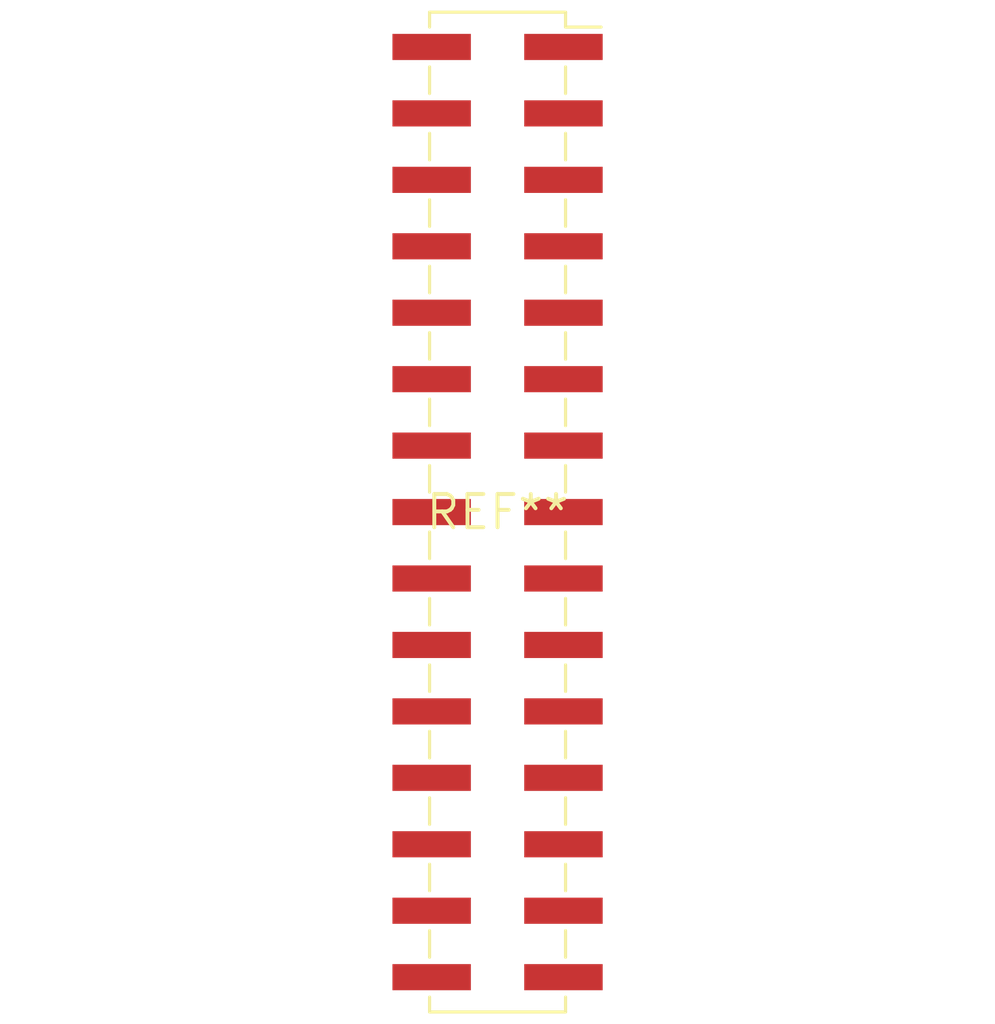
<source format=kicad_pcb>
(kicad_pcb (version 20240108) (generator pcbnew)
  (layers (0 "F.Cu" signal) (31 "B.Cu" signal) (34 "B.Paste" user) (35 "F.Paste" user) (36 "B.SilkS" user "B.Silkscreen") (37 "F.SilkS" user "F.Silkscreen") (38 "B.Mask" user) (39 "F.Mask" user) (44 "Edge.Cuts" user))
  (net 0 "")
  (footprint "PinSocket_2x15_P2.54mm_Vertical_SMD" (layer "F.Cu") (at 0 0)
    (property "Reference" "REF**")
    (property "Value" "PinSocket_2x15_P2.54mm_Vertical_SMD")
    (fp_line (start -2.6 -19.11) (end -2.6 -18.54) (layer "F.SilkS") (stroke (width 0.12)))
    (fp_line (start -2.6 -19.11) (end 2.6 -19.11) (layer "F.SilkS") (stroke (width 0.12)))
    (fp_line (start -2.6 -17.02) (end -2.6 -16) (layer "F.SilkS") (stroke (width 0.12)))
    (fp_line (start -2.6 -14.48) (end -2.6 -13.46) (layer "F.SilkS") (stroke (width 0.12)))
    (fp_line (start -2.6 -11.94) (end -2.6 -10.92) (layer "F.SilkS") (stroke (width 0.12)))
    (fp_line (start -2.6 -9.4) (end -2.6 -8.38) (layer "F.SilkS") (stroke (width 0.12)))
    (fp_line (start -2.6 -6.86) (end -2.6 -5.84) (layer "F.SilkS") (stroke (width 0.12)))
    (fp_line (start -2.6 -4.32) (end -2.6 -3.3) (layer "F.SilkS") (stroke (width 0.12)))
    (fp_line (start -2.6 -1.78) (end -2.6 -0.76) (layer "F.SilkS") (stroke (width 0.12)))
    (fp_line (start -2.6 0.76) (end -2.6 1.78) (layer "F.SilkS") (stroke (width 0.12)))
    (fp_line (start -2.6 3.3) (end -2.6 4.32) (layer "F.SilkS") (stroke (width 0.12)))
    (fp_line (start -2.6 5.84) (end -2.6 6.86) (layer "F.SilkS") (stroke (width 0.12)))
    (fp_line (start -2.6 8.38) (end -2.6 9.4) (layer "F.SilkS") (stroke (width 0.12)))
    (fp_line (start -2.6 10.92) (end -2.6 11.94) (layer "F.SilkS") (stroke (width 0.12)))
    (fp_line (start -2.6 13.46) (end -2.6 14.48) (layer "F.SilkS") (stroke (width 0.12)))
    (fp_line (start -2.6 16) (end -2.6 17.02) (layer "F.SilkS") (stroke (width 0.12)))
    (fp_line (start -2.6 18.54) (end -2.6 19.11) (layer "F.SilkS") (stroke (width 0.12)))
    (fp_line (start -2.6 19.11) (end 2.6 19.11) (layer "F.SilkS") (stroke (width 0.12)))
    (fp_line (start 2.6 -19.11) (end 2.6 -18.54) (layer "F.SilkS") (stroke (width 0.12)))
    (fp_line (start 2.6 -18.54) (end 3.96 -18.54) (layer "F.SilkS") (stroke (width 0.12)))
    (fp_line (start 2.6 -17.02) (end 2.6 -16) (layer "F.SilkS") (stroke (width 0.12)))
    (fp_line (start 2.6 -14.48) (end 2.6 -13.46) (layer "F.SilkS") (stroke (width 0.12)))
    (fp_line (start 2.6 -11.94) (end 2.6 -10.92) (layer "F.SilkS") (stroke (width 0.12)))
    (fp_line (start 2.6 -9.4) (end 2.6 -8.38) (layer "F.SilkS") (stroke (width 0.12)))
    (fp_line (start 2.6 -6.86) (end 2.6 -5.84) (layer "F.SilkS") (stroke (width 0.12)))
    (fp_line (start 2.6 -4.32) (end 2.6 -3.3) (layer "F.SilkS") (stroke (width 0.12)))
    (fp_line (start 2.6 -1.78) (end 2.6 -0.76) (layer "F.SilkS") (stroke (width 0.12)))
    (fp_line (start 2.6 0.76) (end 2.6 1.78) (layer "F.SilkS") (stroke (width 0.12)))
    (fp_line (start 2.6 3.3) (end 2.6 4.32) (layer "F.SilkS") (stroke (width 0.12)))
    (fp_line (start 2.6 5.84) (end 2.6 6.86) (layer "F.SilkS") (stroke (width 0.12)))
    (fp_line (start 2.6 8.38) (end 2.6 9.4) (layer "F.SilkS") (stroke (width 0.12)))
    (fp_line (start 2.6 10.92) (end 2.6 11.94) (layer "F.SilkS") (stroke (width 0.12)))
    (fp_line (start 2.6 13.46) (end 2.6 14.48) (layer "F.SilkS") (stroke (width 0.12)))
    (fp_line (start 2.6 16) (end 2.6 17.02) (layer "F.SilkS") (stroke (width 0.12)))
    (fp_line (start 2.6 18.54) (end 2.6 19.11) (layer "F.SilkS") (stroke (width 0.12)))
    (pad "1" smd rect (at 2.52 -17.78) (size 3 1) (layers "F.Cu" "F.Paste" "F.Mask"))
    (pad "2" smd rect (at -2.52 -17.78) (size 3 1) (layers "F.Cu" "F.Paste" "F.Mask"))
    (pad "3" smd rect (at 2.52 -15.24) (size 3 1) (layers "F.Cu" "F.Paste" "F.Mask"))
    (pad "4" smd rect (at -2.52 -15.24) (size 3 1) (layers "F.Cu" "F.Paste" "F.Mask"))
    (pad "5" smd rect (at 2.52 -12.7) (size 3 1) (layers "F.Cu" "F.Paste" "F.Mask"))
    (pad "6" smd rect (at -2.52 -12.7) (size 3 1) (layers "F.Cu" "F.Paste" "F.Mask"))
    (pad "7" smd rect (at 2.52 -10.16) (size 3 1) (layers "F.Cu" "F.Paste" "F.Mask"))
    (pad "8" smd rect (at -2.52 -10.16) (size 3 1) (layers "F.Cu" "F.Paste" "F.Mask"))
    (pad "9" smd rect (at 2.52 -7.62) (size 3 1) (layers "F.Cu" "F.Paste" "F.Mask"))
    (pad "10" smd rect (at -2.52 -7.62) (size 3 1) (layers "F.Cu" "F.Paste" "F.Mask"))
    (pad "11" smd rect (at 2.52 -5.08) (size 3 1) (layers "F.Cu" "F.Paste" "F.Mask"))
    (pad "12" smd rect (at -2.52 -5.08) (size 3 1) (layers "F.Cu" "F.Paste" "F.Mask"))
    (pad "13" smd rect (at 2.52 -2.54) (size 3 1) (layers "F.Cu" "F.Paste" "F.Mask"))
    (pad "14" smd rect (at -2.52 -2.54) (size 3 1) (layers "F.Cu" "F.Paste" "F.Mask"))
    (pad "15" smd rect (at 2.52 0) (size 3 1) (layers "F.Cu" "F.Paste" "F.Mask"))
    (pad "16" smd rect (at -2.52 0) (size 3 1) (layers "F.Cu" "F.Paste" "F.Mask"))
    (pad "17" smd rect (at 2.52 2.54) (size 3 1) (layers "F.Cu" "F.Paste" "F.Mask"))
    (pad "18" smd rect (at -2.52 2.54) (size 3 1) (layers "F.Cu" "F.Paste" "F.Mask"))
    (pad "19" smd rect (at 2.52 5.08) (size 3 1) (layers "F.Cu" "F.Paste" "F.Mask"))
    (pad "20" smd rect (at -2.52 5.08) (size 3 1) (layers "F.Cu" "F.Paste" "F.Mask"))
    (pad "21" smd rect (at 2.52 7.62) (size 3 1) (layers "F.Cu" "F.Paste" "F.Mask"))
    (pad "22" smd rect (at -2.52 7.62) (size 3 1) (layers "F.Cu" "F.Paste" "F.Mask"))
    (pad "23" smd rect (at 2.52 10.16) (size 3 1) (layers "F.Cu" "F.Paste" "F.Mask"))
    (pad "24" smd rect (at -2.52 10.16) (size 3 1) (layers "F.Cu" "F.Paste" "F.Mask"))
    (pad "25" smd rect (at 2.52 12.7) (size 3 1) (layers "F.Cu" "F.Paste" "F.Mask"))
    (pad "26" smd rect (at -2.52 12.7) (size 3 1) (layers "F.Cu" "F.Paste" "F.Mask"))
    (pad "27" smd rect (at 2.52 15.24) (size 3 1) (layers "F.Cu" "F.Paste" "F.Mask"))
    (pad "28" smd rect (at -2.52 15.24) (size 3 1) (layers "F.Cu" "F.Paste" "F.Mask"))
    (pad "29" smd rect (at 2.52 17.78) (size 3 1) (layers "F.Cu" "F.Paste" "F.Mask"))
    (pad "30" smd rect (at -2.52 17.78) (size 3 1) (layers "F.Cu" "F.Paste" "F.Mask"))
  )
)
</source>
